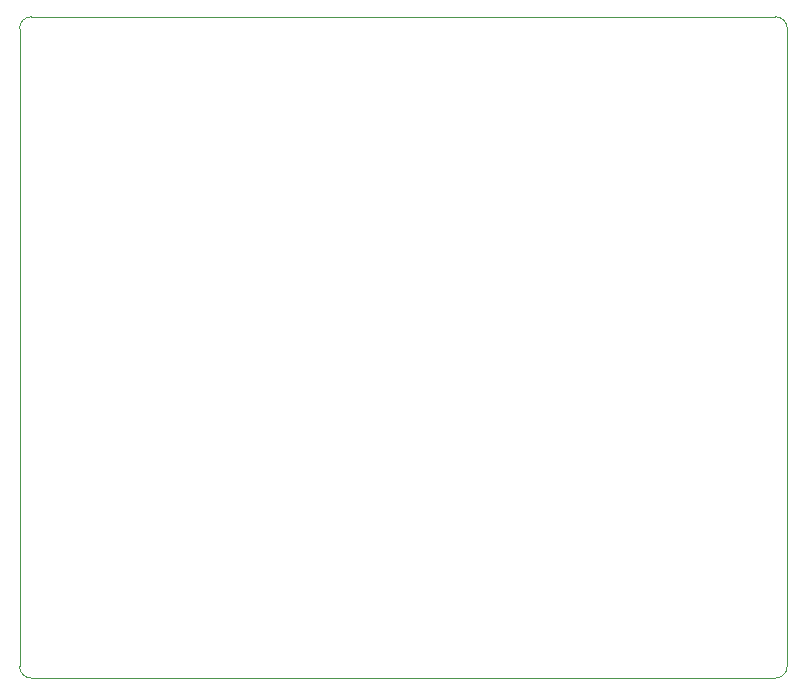
<source format=gm1>
%TF.GenerationSoftware,KiCad,Pcbnew,(5.1.8)-1*%
%TF.CreationDate,2021-11-16T20:14:35+01:00*%
%TF.ProjectId,radioberry-juice,72616469-6f62-4657-9272-792d6a756963,rev?*%
%TF.SameCoordinates,Original*%
%TF.FileFunction,Profile,NP*%
%FSLAX46Y46*%
G04 Gerber Fmt 4.6, Leading zero omitted, Abs format (unit mm)*
G04 Created by KiCad (PCBNEW (5.1.8)-1) date 2021-11-16 20:14:35*
%MOMM*%
%LPD*%
G01*
G04 APERTURE LIST*
%TA.AperFunction,Profile*%
%ADD10C,0.050000*%
%TD*%
G04 APERTURE END LIST*
D10*
X91000000Y-127000000D02*
G75*
G02*
X90000000Y-126000000I0J1000000D01*
G01*
X90000000Y-72000000D02*
G75*
G02*
X91000000Y-71000000I1000000J0D01*
G01*
X154000000Y-71000000D02*
G75*
G02*
X155000000Y-72000000I0J-1000000D01*
G01*
X155000000Y-126000000D02*
G75*
G02*
X154000000Y-127000000I-1000000J0D01*
G01*
X90000000Y-72000000D02*
X90000000Y-126000000D01*
X154000000Y-71000000D02*
X91000000Y-71000000D01*
X155000000Y-126000000D02*
X155000000Y-72000000D01*
X91000000Y-127000000D02*
X154000000Y-127000000D01*
M02*

</source>
